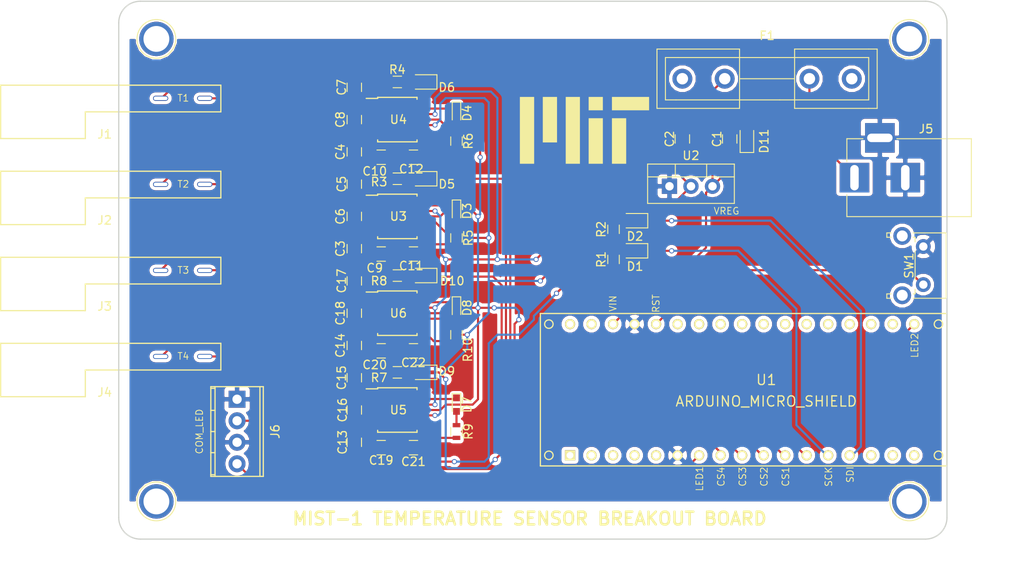
<source format=kicad_pcb>
(kicad_pcb (version 4) (host pcbnew 4.0.7)
  (layers (0 F.Cu signal) (31 B.Cu signal) (34 B.Paste user) (35 F.Paste user) (36 B.SilkS user) (37 F.SilkS user) (38 B.Mask user) (39 F.Mask user) (44 Edge.Cuts user))
  (net 0 "")
  (net 1 GND)
  (net 2 +3V3)
  (net 3 T2+)
  (net 4 T1+)
  (net 5 T2-)
  (net 6 T1-)
  (net 7 T4+)
  (net 8 T3+)
  (net 9 T4-)
  (net 10 T3-)
  (net 11 SCK)
  (net 12 SCK_3V3)
  (net 13 SDI)
  (net 14 SDI_3V3)
  (net 15 CS2)
  (net 16 "Net-(D5-Pad2)")
  (net 17 CS1)
  (net 18 "Net-(D6-Pad2)")
  (net 19 CS4)
  (net 20 "Net-(D9-Pad2)")
  (net 21 CS3)
  (net 22 "Net-(D10-Pad2)")
  (net 23 "Net-(D3-Pad2)")
  (net 24 "Net-(D4-Pad2)")
  (net 25 "Net-(D7-Pad2)")
  (net 26 "Net-(D8-Pad2)")
  (net 27 "Net-(U1-PadNC)")
  (net 28 SDO)
  (net 29 "Net-(D3-Pad1)")
  (net 30 "Net-(D4-Pad1)")
  (net 31 "Net-(D7-Pad1)")
  (net 32 "Net-(D8-Pad1)")
  (net 33 "Net-(F1-Pad2)")
  (net 34 VIN)
  (net 35 "Net-(SW1-Pad2)")
  (net 36 COM_LED2)
  (net 37 COM_LED1)
  (module TemperatureSensor:ARDUINO_MICRO_SHIELD (layer F.Cu) (at 164.084 138.684)
    (fp_text reference U1 (at 26.67 -10.16) (layer F.SilkS) (effects (font (size 1.2 1.2))))
    (fp_text value ARDUINO_MICRO_SHIELD (at 26.67 -7.62) (layer F.SilkS) (effects (font (size 1.2 1.2))))
    (pad SCK thru_hole circle (at 3.5 -16.746) (size 1.2 1.2) (drill 0.8) (layers *.Cu *.Mask F.SilkS))
    (pad MI thru_hole circle (at 6.04 -16.746) (size 1.2 1.2) (drill 0.8) (layers *.Cu *.Mask F.SilkS))
    (pad VI thru_hole circle (at 8.58 -16.746) (size 1.2 1.2) (drill 0.8) (layers *.Cu *.Mask F.SilkS) (net 34 VIN))
    (pad GND thru_hole circle (at 11.12 -16.746) (size 1.2 1.2) (drill 0.8) (layers *.Cu *.Mask F.SilkS) (net 1 GND))
    (pad RST thru_hole circle (at 13.66 -16.746) (size 1.2 1.2) (drill 0.8) (layers *.Cu *.Mask F.SilkS) (net 35 "Net-(SW1-Pad2)"))
    (pad 5V thru_hole circle (at 16.2 -16.746) (size 1.2 1.2) (drill 0.8) (layers *.Cu *.Mask F.SilkS))
    (pad NC thru_hole circle (at 18.74 -16.746) (size 1.2 1.2) (drill 0.8) (layers *.Cu *.Mask F.SilkS) (net 27 "Net-(U1-PadNC)"))
    (pad NC thru_hole circle (at 21.28 -16.746) (size 1.2 1.2) (drill 0.8) (layers *.Cu *.Mask F.SilkS) (net 27 "Net-(U1-PadNC)"))
    (pad A5 thru_hole circle (at 23.82 -16.746) (size 1.2 1.2) (drill 0.8) (layers *.Cu *.Mask F.SilkS))
    (pad A4 thru_hole circle (at 26.36 -16.746) (size 1.2 1.2) (drill 0.8) (layers *.Cu *.Mask F.SilkS))
    (pad A3 thru_hole circle (at 28.9 -16.746) (size 1.2 1.2) (drill 0.8) (layers *.Cu *.Mask F.SilkS))
    (pad A2 thru_hole circle (at 31.44 -16.746) (size 1.2 1.2) (drill 0.8) (layers *.Cu *.Mask F.SilkS))
    (pad A1 thru_hole circle (at 33.98 -16.746) (size 1.2 1.2) (drill 0.8) (layers *.Cu *.Mask F.SilkS))
    (pad A0 thru_hole circle (at 36.52 -16.746) (size 1.2 1.2) (drill 0.8) (layers *.Cu *.Mask F.SilkS))
    (pad AREF thru_hole circle (at 39.06 -16.746) (size 1.2 1.2) (drill 0.8) (layers *.Cu *.Mask F.SilkS))
    (pad 3.3V thru_hole circle (at 41.6 -16.746) (size 1.2 1.2) (drill 0.8) (layers *.Cu *.Mask F.SilkS))
    (pad 13 thru_hole circle (at 44.14 -16.746) (size 1.2 1.2) (drill 0.8) (layers *.Cu *.Mask F.SilkS) (net 36 COM_LED2))
    (pad MO thru_hole rect (at 3.5 -1.254) (size 1.2 1.2) (drill 0.8) (layers *.Cu *.Mask F.SilkS))
    (pad SS thru_hole circle (at 6.04 -1.254) (size 1.2 1.2) (drill 0.8) (layers *.Cu *.Mask F.SilkS))
    (pad TX thru_hole circle (at 8.58 -1.254) (size 1.2 1.2) (drill 0.8) (layers *.Cu *.Mask F.SilkS))
    (pad RX thru_hole circle (at 11.12 -1.254) (size 1.2 1.2) (drill 0.8) (layers *.Cu *.Mask F.SilkS))
    (pad RST thru_hole circle (at 13.66 -1.254) (size 1.2 1.2) (drill 0.8) (layers *.Cu *.Mask F.SilkS) (net 35 "Net-(SW1-Pad2)"))
    (pad GND thru_hole circle (at 16.2 -1.254) (size 1.2 1.2) (drill 0.8) (layers *.Cu *.Mask F.SilkS) (net 1 GND))
    (pad 2 thru_hole circle (at 18.74 -1.254) (size 1.2 1.2) (drill 0.8) (layers *.Cu *.Mask F.SilkS) (net 37 COM_LED1))
    (pad 3 thru_hole circle (at 21.28 -1.254) (size 1.2 1.2) (drill 0.8) (layers *.Cu *.Mask F.SilkS) (net 19 CS4))
    (pad 4 thru_hole circle (at 23.82 -1.254) (size 1.2 1.2) (drill 0.8) (layers *.Cu *.Mask F.SilkS) (net 21 CS3))
    (pad 5 thru_hole circle (at 26.36 -1.254) (size 1.2 1.2) (drill 0.8) (layers *.Cu *.Mask F.SilkS) (net 15 CS2))
    (pad 6 thru_hole circle (at 28.9 -1.254) (size 1.2 1.2) (drill 0.8) (layers *.Cu *.Mask F.SilkS) (net 17 CS1))
    (pad 7 thru_hole circle (at 31.44 -1.254) (size 1.2 1.2) (drill 0.8) (layers *.Cu *.Mask F.SilkS) (net 28 SDO))
    (pad 8 thru_hole circle (at 33.98 -1.254) (size 1.2 1.2) (drill 0.8) (layers *.Cu *.Mask F.SilkS) (net 11 SCK))
    (pad 9 thru_hole circle (at 36.52 -1.254) (size 1.2 1.2) (drill 0.8) (layers *.Cu *.Mask F.SilkS) (net 13 SDI))
    (pad 10 thru_hole circle (at 39.06 -1.254) (size 1.2 1.2) (drill 0.8) (layers *.Cu *.Mask F.SilkS))
    (pad 11 thru_hole circle (at 41.6 -1.254) (size 1.2 1.2) (drill 0.8) (layers *.Cu *.Mask F.SilkS))
    (pad 12 thru_hole circle (at 44.14 -1.254) (size 1.2 1.2) (drill 0.8) (layers *.Cu *.Mask F.SilkS))
  )
  (module Connectors:1pin (layer F.Cu) (at 207.645 142.875)
    (fp_text reference "" (at 0 -3.048) (layer F.SilkS))
    (fp_text value 1pin)
    (pad 1 thru_hole circle (at 0 0) (size 4.064 4.064) (drill 3.048) (layers *.Cu *.Mask))
  )
  (module Connectors:1pin (layer F.Cu) (at 118.745 142.875)
    (fp_text reference "" (at 0 -3.048) (layer F.SilkS))
    (fp_text value 1pin)
    (pad 1 thru_hole circle (at 0 0) (size 4.064 4.064) (drill 3.048) (layers *.Cu *.Mask))
  )
  (module Connectors:1pin (layer F.Cu) (at 118.745 88.265)
    (fp_text reference "" (at 0 -3.048) (layer F.SilkS))
    (fp_text value 1pin)
    (pad 1 thru_hole circle (at 0 0) (size 4.064 4.064) (drill 3.048) (layers *.Cu *.Mask))
  )
  (module Fuse_Holders_and_Fuses:Fuseholder5x20_horiz_open_inline_Type-I (layer F.Cu) (at 180.848 92.964)
    (fp_text reference F1 (at 10 -5.08) (layer F.SilkS))
    (fp_text value Fuse)
    (pad 2 thru_hole circle (at 15 0) (size 2.35 2.35) (drill 1.35) (layers *.Cu *.Mask) (net 33 "Net-(F1-Pad2)"))
    (pad 2 thru_hole circle (at 20 0) (size 2.35 2.35) (drill 1.35) (layers *.Cu *.Mask) (net 33 "Net-(F1-Pad2)"))
    (pad 1 thru_hole circle (at 5 0) (size 2.35 2.35) (drill 1.35) (layers *.Cu *.Mask) (net 34 VIN))
    (pad 1 thru_hole circle (at 0 0) (size 2.35 2.35) (drill 1.35) (layers *.Cu *.Mask) (net 34 VIN))
  )
  (module Housings_SSOP:TSSOP-14_4.4x5mm_Pitch0.65mm (layer F.Cu) (at 147.193 132.08)
    (fp_text reference U5 (at 0.127 0) (layer F.SilkS))
    (fp_text value MAX31856)
    (pad 1 smd rect (at -2.95 -1.95) (size 1.45 0.45) (layers F.Cu F.Paste F.Mask) (net 1 GND))
    (pad 2 smd rect (at -2.95 -1.3) (size 1.45 0.45) (layers F.Cu F.Paste F.Mask) (net 9 T4-))
    (pad 3 smd rect (at -2.95 -0.65) (size 1.45 0.45) (layers F.Cu F.Paste F.Mask) (net 9 T4-))
    (pad 4 smd rect (at -2.95 0) (size 1.45 0.45) (layers F.Cu F.Paste F.Mask) (net 7 T4+))
    (pad 5 smd rect (at -2.95 0.65) (size 1.45 0.45) (layers F.Cu F.Paste F.Mask) (net 2 +3V3))
    (pad 6 smd rect (at -2.95 1.3) (size 1.45 0.45) (layers F.Cu F.Paste F.Mask))
    (pad 7 smd rect (at -2.95 1.95) (size 1.45 0.45) (layers F.Cu F.Paste F.Mask))
    (pad 8 smd rect (at 2.95 1.95) (size 1.45 0.45) (layers F.Cu F.Paste F.Mask) (net 2 +3V3))
    (pad 9 smd rect (at 2.95 1.3) (size 1.45 0.45) (layers F.Cu F.Paste F.Mask) (net 20 "Net-(D9-Pad2)"))
    (pad 10 smd rect (at 2.95 0.65) (size 1.45 0.45) (layers F.Cu F.Paste F.Mask) (net 12 SCK_3V3))
    (pad 11 smd rect (at 2.95 0) (size 1.45 0.45) (layers F.Cu F.Paste F.Mask) (net 28 SDO))
    (pad 12 smd rect (at 2.95 -0.65) (size 1.45 0.45) (layers F.Cu F.Paste F.Mask) (net 14 SDI_3V3))
    (pad 13 smd rect (at 2.95 -1.3) (size 1.45 0.45) (layers F.Cu F.Paste F.Mask) (net 31 "Net-(D7-Pad1)"))
    (pad 14 smd rect (at 2.95 -1.95) (size 1.45 0.45) (layers F.Cu F.Paste F.Mask) (net 1 GND))
  )
  (module Capacitors_SMD:C_0805 (layer F.Cu) (at 186.436 100.076 90)
    (fp_text reference C1 (at 0 -1.5 90) (layer F.SilkS))
    (fp_text value 100nF)
    (pad 1 smd rect (at -1 0 90) (size 1 1.25) (layers F.Cu F.Paste F.Mask) (net 34 VIN))
    (pad 2 smd rect (at 1 0 90) (size 1 1.25) (layers F.Cu F.Paste F.Mask) (net 1 GND))
  )
  (module Capacitors_SMD:C_0805 (layer F.Cu) (at 180.848 100.076 90)
    (fp_text reference C2 (at 0 -1.5 90) (layer F.SilkS))
    (fp_text value 10uF)
    (pad 1 smd rect (at -1 0 90) (size 1 1.25) (layers F.Cu F.Paste F.Mask) (net 2 +3V3))
    (pad 2 smd rect (at 1 0 90) (size 1 1.25) (layers F.Cu F.Paste F.Mask) (net 1 GND))
  )
  (module Capacitors_SMD:C_0805 (layer F.Cu) (at 142.113 113.03 270)
    (fp_text reference C3 (at 0 1.651 270) (layer F.SilkS))
    (fp_text value 0.1uF)
    (pad 1 smd rect (at -1 0 270) (size 1 1.25) (layers F.Cu F.Paste F.Mask) (net 3 T2+))
    (pad 2 smd rect (at 1 0 270) (size 1 1.25) (layers F.Cu F.Paste F.Mask) (net 1 GND))
  )
  (module Capacitors_SMD:C_0805 (layer F.Cu) (at 142.113 101.6 270)
    (fp_text reference C4 (at 0 1.651 270) (layer F.SilkS))
    (fp_text value 0.1uF)
    (pad 1 smd rect (at -1 0 270) (size 1 1.25) (layers F.Cu F.Paste F.Mask) (net 4 T1+))
    (pad 2 smd rect (at 1 0 270) (size 1 1.25) (layers F.Cu F.Paste F.Mask) (net 1 GND))
  )
  (module Capacitors_SMD:C_0805 (layer F.Cu) (at 142.113 105.41 90)
    (fp_text reference C5 (at 0 -1.5 90) (layer F.SilkS))
    (fp_text value 0.1uF)
    (pad 1 smd rect (at -1 0 90) (size 1 1.25) (layers F.Cu F.Paste F.Mask) (net 5 T2-))
    (pad 2 smd rect (at 1 0 90) (size 1 1.25) (layers F.Cu F.Paste F.Mask) (net 1 GND))
  )
  (module Capacitors_SMD:C_0805 (layer F.Cu) (at 142.113 109.22 270)
    (fp_text reference C6 (at 0 1.651 270) (layer F.SilkS))
    (fp_text value 0.1uF)
    (pad 1 smd rect (at -1 0 270) (size 1 1.25) (layers F.Cu F.Paste F.Mask) (net 5 T2-))
    (pad 2 smd rect (at 1 0 270) (size 1 1.25) (layers F.Cu F.Paste F.Mask) (net 3 T2+))
  )
  (module Capacitors_SMD:C_0805 (layer F.Cu) (at 142.113 93.98 90)
    (fp_text reference C7 (at 0 -1.5 90) (layer F.SilkS))
    (fp_text value 0.1uF)
    (pad 1 smd rect (at -1 0 90) (size 1 1.25) (layers F.Cu F.Paste F.Mask) (net 6 T1-))
    (pad 2 smd rect (at 1 0 90) (size 1 1.25) (layers F.Cu F.Paste F.Mask) (net 1 GND))
  )
  (module Capacitors_SMD:C_0805 (layer F.Cu) (at 142.113 97.79 270)
    (fp_text reference C8 (at 0 1.651 270) (layer F.SilkS))
    (fp_text value 0.1uF)
    (pad 1 smd rect (at -1 0 270) (size 1 1.25) (layers F.Cu F.Paste F.Mask) (net 6 T1-))
    (pad 2 smd rect (at 1 0 270) (size 1 1.25) (layers F.Cu F.Paste F.Mask) (net 4 T1+))
  )
  (module Capacitors_SMD:C_0805 (layer F.Cu) (at 145.288 113.665 180)
    (fp_text reference C9 (at 0.762 -1.651 180) (layer F.SilkS))
    (fp_text value 0.1uF)
    (pad 1 smd rect (at -1 0 180) (size 1 1.25) (layers F.Cu F.Paste F.Mask) (net 2 +3V3))
    (pad 2 smd rect (at 1 0 180) (size 1 1.25) (layers F.Cu F.Paste F.Mask) (net 1 GND))
  )
  (module Capacitors_SMD:C_0805 (layer F.Cu) (at 145.288 102.235 180)
    (fp_text reference C10 (at 0.762 -1.651 180) (layer F.SilkS))
    (fp_text value 0.1uF)
    (pad 1 smd rect (at -1 0 180) (size 1 1.25) (layers F.Cu F.Paste F.Mask) (net 2 +3V3))
    (pad 2 smd rect (at 1 0 180) (size 1 1.25) (layers F.Cu F.Paste F.Mask) (net 1 GND))
  )
  (module Capacitors_SMD:C_0805 (layer F.Cu) (at 149.098 113.665)
    (fp_text reference C11 (at -0.254 1.397) (layer F.SilkS))
    (fp_text value 0.1uF)
    (pad 1 smd rect (at -1 0) (size 1 1.25) (layers F.Cu F.Paste F.Mask) (net 2 +3V3))
    (pad 2 smd rect (at 1 0) (size 1 1.25) (layers F.Cu F.Paste F.Mask) (net 1 GND))
  )
  (module Capacitors_SMD:C_0805 (layer F.Cu) (at 149.098 102.235)
    (fp_text reference C12 (at -0.254 1.397) (layer F.SilkS))
    (fp_text value 0.1uF)
    (pad 1 smd rect (at -1 0) (size 1 1.25) (layers F.Cu F.Paste F.Mask) (net 2 +3V3))
    (pad 2 smd rect (at 1 0) (size 1 1.25) (layers F.Cu F.Paste F.Mask) (net 1 GND))
  )
  (module Capacitors_SMD:C_0805 (layer F.Cu) (at 142.113 135.89 270)
    (fp_text reference C13 (at 0 1.397 270) (layer F.SilkS))
    (fp_text value 0.1uF)
    (pad 1 smd rect (at -1 0 270) (size 1 1.25) (layers F.Cu F.Paste F.Mask) (net 7 T4+))
    (pad 2 smd rect (at 1 0 270) (size 1 1.25) (layers F.Cu F.Paste F.Mask) (net 1 GND))
  )
  (module Capacitors_SMD:C_0805 (layer F.Cu) (at 142.113 124.46 270)
    (fp_text reference C14 (at 0 1.651 270) (layer F.SilkS))
    (fp_text value 0.1uF)
    (pad 1 smd rect (at -1 0 270) (size 1 1.25) (layers F.Cu F.Paste F.Mask) (net 8 T3+))
    (pad 2 smd rect (at 1 0 270) (size 1 1.25) (layers F.Cu F.Paste F.Mask) (net 1 GND))
  )
  (module Capacitors_SMD:C_0805 (layer F.Cu) (at 142.113 128.27 90)
    (fp_text reference C15 (at 0 -1.5 90) (layer F.SilkS))
    (fp_text value 0.1uF)
    (pad 1 smd rect (at -1 0 90) (size 1 1.25) (layers F.Cu F.Paste F.Mask) (net 9 T4-))
    (pad 2 smd rect (at 1 0 90) (size 1 1.25) (layers F.Cu F.Paste F.Mask) (net 1 GND))
  )
  (module Capacitors_SMD:C_0805 (layer F.Cu) (at 142.113 132.08 270)
    (fp_text reference C16 (at 0 1.397 270) (layer F.SilkS))
    (fp_text value 0.1uF)
    (pad 1 smd rect (at -1 0 270) (size 1 1.25) (layers F.Cu F.Paste F.Mask) (net 9 T4-))
    (pad 2 smd rect (at 1 0 270) (size 1 1.25) (layers F.Cu F.Paste F.Mask) (net 7 T4+))
  )
  (module Capacitors_SMD:C_0805 (layer F.Cu) (at 142.113 116.84 90)
    (fp_text reference C17 (at 0 -1.5 90) (layer F.SilkS))
    (fp_text value 0.1uF)
    (pad 1 smd rect (at -1 0 90) (size 1 1.25) (layers F.Cu F.Paste F.Mask) (net 10 T3-))
    (pad 2 smd rect (at 1 0 90) (size 1 1.25) (layers F.Cu F.Paste F.Mask) (net 1 GND))
  )
  (module Capacitors_SMD:C_0805 (layer F.Cu) (at 142.113 120.65 270)
    (fp_text reference C18 (at 0 1.651 270) (layer F.SilkS))
    (fp_text value 0.1uF)
    (pad 1 smd rect (at -1 0 270) (size 1 1.25) (layers F.Cu F.Paste F.Mask) (net 10 T3-))
    (pad 2 smd rect (at 1 0 270) (size 1 1.25) (layers F.Cu F.Paste F.Mask) (net 8 T3+))
  )
  (module Capacitors_SMD:C_0805 (layer F.Cu) (at 145.288 136.525 180)
    (fp_text reference C19 (at 0 -1.5 180) (layer F.SilkS))
    (fp_text value 0.1uF)
    (pad 1 smd rect (at -1 0 180) (size 1 1.25) (layers F.Cu F.Paste F.Mask) (net 2 +3V3))
    (pad 2 smd rect (at 1 0 180) (size 1 1.25) (layers F.Cu F.Paste F.Mask) (net 1 GND))
  )
  (module Capacitors_SMD:C_0805 (layer F.Cu) (at 145.288 125.095 180)
    (fp_text reference C20 (at 0.762 -1.651 180) (layer F.SilkS))
    (fp_text value 0.1uF)
    (pad 1 smd rect (at -1 0 180) (size 1 1.25) (layers F.Cu F.Paste F.Mask) (net 2 +3V3))
    (pad 2 smd rect (at 1 0 180) (size 1 1.25) (layers F.Cu F.Paste F.Mask) (net 1 GND))
  )
  (module Capacitors_SMD:C_0805 (layer F.Cu) (at 149.098 136.525)
    (fp_text reference C21 (at 0 1.651) (layer F.SilkS))
    (fp_text value 0.1uF)
    (pad 1 smd rect (at -1 0) (size 1 1.25) (layers F.Cu F.Paste F.Mask) (net 2 +3V3))
    (pad 2 smd rect (at 1 0) (size 1 1.25) (layers F.Cu F.Paste F.Mask) (net 1 GND))
  )
  (module Capacitors_SMD:C_0805 (layer F.Cu) (at 149.098 125.095)
    (fp_text reference C22 (at 0 1.397) (layer F.SilkS))
    (fp_text value 0.1uF)
    (pad 1 smd rect (at -1 0) (size 1 1.25) (layers F.Cu F.Paste F.Mask) (net 2 +3V3))
    (pad 2 smd rect (at 1 0) (size 1 1.25) (layers F.Cu F.Paste F.Mask) (net 1 GND))
  )
  (module Diodes_SMD:D_SOD-323 (layer F.Cu) (at 175.26 113.284 180)
    (fp_text reference D1 (at 0 -1.85 180) (layer F.SilkS))
    (fp_text value D)
    (pad 1 smd rect (at -1.05 0 180) (size 0.6 0.45) (layers F.Cu F.Paste F.Mask) (net 11 SCK))
    (pad 2 smd rect (at 1.05 0 180) (size 0.6 0.45) (layers F.Cu F.Paste F.Mask) (net 12 SCK_3V3))
  )
  (module Diodes_SMD:D_SOD-323 (layer F.Cu) (at 175.26 109.728 180)
    (fp_text reference D2 (at 0 -1.85 180) (layer F.SilkS))
    (fp_text value D)
    (pad 1 smd rect (at -1.05 0 180) (size 0.6 0.45) (layers F.Cu F.Paste F.Mask) (net 13 SDI))
    (pad 2 smd rect (at 1.05 0 180) (size 0.6 0.45) (layers F.Cu F.Paste F.Mask) (net 14 SDI_3V3))
  )
  (module Diodes_SMD:D_SOD-323 (layer F.Cu) (at 150.368 104.775 180)
    (fp_text reference D5 (at -2.667 -0.635 180) (layer F.SilkS))
    (fp_text value D)
    (pad 1 smd rect (at -1.05 0 180) (size 0.6 0.45) (layers F.Cu F.Paste F.Mask) (net 15 CS2))
    (pad 2 smd rect (at 1.05 0 180) (size 0.6 0.45) (layers F.Cu F.Paste F.Mask) (net 16 "Net-(D5-Pad2)"))
  )
  (module Diodes_SMD:D_SOD-323 (layer F.Cu) (at 150.368 93.345 180)
    (fp_text reference D6 (at -2.667 -0.635 180) (layer F.SilkS))
    (fp_text value D)
    (pad 1 smd rect (at -1.05 0 180) (size 0.6 0.45) (layers F.Cu F.Paste F.Mask) (net 17 CS1))
    (pad 2 smd rect (at 1.05 0 180) (size 0.6 0.45) (layers F.Cu F.Paste F.Mask) (net 18 "Net-(D6-Pad2)"))
  )
  (module Diodes_SMD:D_SOD-323 (layer F.Cu) (at 150.368 127.635 180)
    (fp_text reference D9 (at -2.667 0.127 180) (layer F.SilkS))
    (fp_text value D)
    (pad 1 smd rect (at -1.05 0 180) (size 0.6 0.45) (layers F.Cu F.Paste F.Mask) (net 19 CS4))
    (pad 2 smd rect (at 1.05 0 180) (size 0.6 0.45) (layers F.Cu F.Paste F.Mask) (net 20 "Net-(D9-Pad2)"))
  )
  (module Diodes_SMD:D_SOD-323 (layer F.Cu) (at 150.368 116.205 180)
    (fp_text reference D10 (at -3.302 -0.635 180) (layer F.SilkS))
    (fp_text value D)
    (pad 1 smd rect (at -1.05 0 180) (size 0.6 0.45) (layers F.Cu F.Paste F.Mask) (net 21 CS3))
    (pad 2 smd rect (at 1.05 0 180) (size 0.6 0.45) (layers F.Cu F.Paste F.Mask) (net 22 "Net-(D10-Pad2)"))
  )
  (module Diodes_SMD:D_0805 (layer F.Cu) (at 188.468 100.076 90)
    (fp_text reference D11 (at -0.254 2.032 90) (layer F.SilkS))
    (fp_text value D_Zener)
    (pad 1 smd rect (at -1.05 0 90) (size 0.8 0.9) (layers F.Cu F.Paste F.Mask) (net 34 VIN))
    (pad 2 smd rect (at 1.05 0 90) (size 0.8 0.9) (layers F.Cu F.Paste F.Mask) (net 1 GND))
  )
  (module Resistors_SMD:R_0603 (layer F.Cu) (at 172.72 114.3 90)
    (fp_text reference R1 (at 0 -1.45 90) (layer F.SilkS))
    (fp_text value 3.3k)
    (pad 1 smd rect (at -0.75 0 90) (size 0.5 0.9) (layers F.Cu F.Paste F.Mask) (net 2 +3V3))
    (pad 2 smd rect (at 0.75 0 90) (size 0.5 0.9) (layers F.Cu F.Paste F.Mask) (net 12 SCK_3V3))
  )
  (module Resistors_SMD:R_0603 (layer F.Cu) (at 172.72 110.744 90)
    (fp_text reference R2 (at 0 -1.45 90) (layer F.SilkS))
    (fp_text value 3.3k)
    (pad 1 smd rect (at -0.75 0 90) (size 0.5 0.9) (layers F.Cu F.Paste F.Mask) (net 2 +3V3))
    (pad 2 smd rect (at 0.75 0 90) (size 0.5 0.9) (layers F.Cu F.Paste F.Mask) (net 14 SDI_3V3))
  )
  (module Resistors_SMD:R_0603 (layer F.Cu) (at 147.193 104.775)
    (fp_text reference R3 (at -2.159 0.381) (layer F.SilkS))
    (fp_text value 3.3k)
    (pad 1 smd rect (at -0.75 0) (size 0.5 0.9) (layers F.Cu F.Paste F.Mask) (net 2 +3V3))
    (pad 2 smd rect (at 0.75 0) (size 0.5 0.9) (layers F.Cu F.Paste F.Mask) (net 16 "Net-(D5-Pad2)"))
  )
  (module Resistors_SMD:R_0603 (layer F.Cu) (at 147.193 93.345)
    (fp_text reference R4 (at 0 -1.45) (layer F.SilkS))
    (fp_text value 3.3k)
    (pad 1 smd rect (at -0.75 0) (size 0.5 0.9) (layers F.Cu F.Paste F.Mask) (net 2 +3V3))
    (pad 2 smd rect (at 0.75 0) (size 0.5 0.9) (layers F.Cu F.Paste F.Mask) (net 18 "Net-(D6-Pad2)"))
  )
  (module Resistors_SMD:R_0603 (layer F.Cu) (at 154.178 111.76 90)
    (fp_text reference R5 (at 0 1.397 90) (layer F.SilkS))
    (fp_text value 1k)
    (pad 1 smd rect (at -0.75 0 90) (size 0.5 0.9) (layers F.Cu F.Paste F.Mask) (net 2 +3V3))
    (pad 2 smd rect (at 0.75 0 90) (size 0.5 0.9) (layers F.Cu F.Paste F.Mask) (net 23 "Net-(D3-Pad2)"))
  )
  (module Resistors_SMD:R_0603 (layer F.Cu) (at 154.178 100.33 90)
    (fp_text reference R6 (at 0 1.397 90) (layer F.SilkS))
    (fp_text value 1k)
    (pad 1 smd rect (at -0.75 0 90) (size 0.5 0.9) (layers F.Cu F.Paste F.Mask) (net 2 +3V3))
    (pad 2 smd rect (at 0.75 0 90) (size 0.5 0.9) (layers F.Cu F.Paste F.Mask) (net 24 "Net-(D4-Pad2)"))
  )
  (module Resistors_SMD:R_0603 (layer F.Cu) (at 147.193 127.635)
    (fp_text reference R7 (at -2.159 0.635) (layer F.SilkS))
    (fp_text value 3.3k)
    (pad 1 smd rect (at -0.75 0) (size 0.5 0.9) (layers F.Cu F.Paste F.Mask) (net 2 +3V3))
    (pad 2 smd rect (at 0.75 0) (size 0.5 0.9) (layers F.Cu F.Paste F.Mask) (net 20 "Net-(D9-Pad2)"))
  )
  (module Resistors_SMD:R_0603 (layer F.Cu) (at 147.193 116.205)
    (fp_text reference R8 (at -2.159 0.635) (layer F.SilkS))
    (fp_text value 3.3k)
    (pad 1 smd rect (at -0.75 0) (size 0.5 0.9) (layers F.Cu F.Paste F.Mask) (net 2 +3V3))
    (pad 2 smd rect (at 0.75 0) (size 0.5 0.9) (layers F.Cu F.Paste F.Mask) (net 22 "Net-(D10-Pad2)"))
  )
  (module Resistors_SMD:R_0603 (layer F.Cu) (at 154.178 134.62 90)
    (fp_text reference R9 (at 0 1.397 90) (layer F.SilkS))
    (fp_text value 1k)
    (pad 1 smd rect (at -0.75 0 90) (size 0.5 0.9) (layers F.Cu F.Paste F.Mask) (net 2 +3V3))
    (pad 2 smd rect (at 0.75 0 90) (size 0.5 0.9) (layers F.Cu F.Paste F.Mask) (net 25 "Net-(D7-Pad2)"))
  )
  (module Resistors_SMD:R_0603 (layer F.Cu) (at 154.178 123.19 90)
    (fp_text reference R10 (at -1.778 1.3335 90) (layer F.SilkS))
    (fp_text value 1k)
    (pad 1 smd rect (at -0.75 0 90) (size 0.5 0.9) (layers F.Cu F.Paste F.Mask) (net 2 +3V3))
    (pad 2 smd rect (at 0.75 0 90) (size 0.5 0.9) (layers F.Cu F.Paste F.Mask) (net 26 "Net-(D8-Pad2)"))
  )
  (module Housings_SSOP:TSSOP-14_4.4x5mm_Pitch0.65mm (layer F.Cu) (at 147.193 109.22)
    (fp_text reference U3 (at 0.127 0) (layer F.SilkS))
    (fp_text value MAX31856)
    (pad 1 smd rect (at -2.95 -1.95) (size 1.45 0.45) (layers F.Cu F.Paste F.Mask) (net 1 GND))
    (pad 2 smd rect (at -2.95 -1.3) (size 1.45 0.45) (layers F.Cu F.Paste F.Mask) (net 5 T2-))
    (pad 3 smd rect (at -2.95 -0.65) (size 1.45 0.45) (layers F.Cu F.Paste F.Mask) (net 5 T2-))
    (pad 4 smd rect (at -2.95 0) (size 1.45 0.45) (layers F.Cu F.Paste F.Mask) (net 3 T2+))
    (pad 5 smd rect (at -2.95 0.65) (size 1.45 0.45) (layers F.Cu F.Paste F.Mask) (net 2 +3V3))
    (pad 6 smd rect (at -2.95 1.3) (size 1.45 0.45) (layers F.Cu F.Paste F.Mask))
    (pad 7 smd rect (at -2.95 1.95) (size 1.45 0.45) (layers F.Cu F.Paste F.Mask))
    (pad 8 smd rect (at 2.95 1.95) (size 1.45 0.45) (layers F.Cu F.Paste F.Mask) (net 2 +3V3))
    (pad 9 smd rect (at 2.95 1.3) (size 1.45 0.45) (layers F.Cu F.Paste F.Mask) (net 16 "Net-(D5-Pad2)"))
    (pad 10 smd rect (at 2.95 0.65) (size 1.45 0.45) (layers F.Cu F.Paste F.Mask) (net 12 SCK_3V3))
    (pad 11 smd rect (at 2.95 0) (size 1.45 0.45) (layers F.Cu F.Paste F.Mask) (net 28 SDO))
    (pad 12 smd rect (at 2.95 -0.65) (size 1.45 0.45) (layers F.Cu F.Paste F.Mask) (net 14 SDI_3V3))
    (pad 13 smd rect (at 2.95 -1.3) (size 1.45 0.45) (layers F.Cu F.Paste F.Mask) (net 29 "Net-(D3-Pad1)"))
    (pad 14 smd rect (at 2.95 -1.95) (size 1.45 0.45) (layers F.Cu F.Paste F.Mask) (net 1 GND))
  )
  (module Housings_SSOP:TSSOP-14_4.4x5mm_Pitch0.65mm (layer F.Cu) (at 147.193 97.79)
    (fp_text reference U4 (at 0.127 0) (layer F.SilkS))
    (fp_text value MAX31856)
    (pad 1 smd rect (at -2.95 -1.95) (size 1.45 0.45) (layers F.Cu F.Paste F.Mask) (net 1 GND))
    (pad 2 smd rect (at -2.95 -1.3) (size 1.45 0.45) (layers F.Cu F.Paste F.Mask) (net 6 T1-))
    (pad 3 smd rect (at -2.95 -0.65) (size 1.45 0.45) (layers F.Cu F.Paste F.Mask) (net 6 T1-))
    (pad 4 smd rect (at -2.95 0) (size 1.45 0.45) (layers F.Cu F.Paste F.Mask) (net 4 T1+))
    (pad 5 smd rect (at -2.95 0.65) (size 1.45 0.45) (layers F.Cu F.Paste F.Mask) (net 2 +3V3))
    (pad 6 smd rect (at -2.95 1.3) (size 1.45 0.45) (layers F.Cu F.Paste F.Mask))
    (pad 7 smd rect (at -2.95 1.95) (size 1.45 0.45) (layers F.Cu F.Paste F.Mask))
    (pad 8 smd rect (at 2.95 1.95) (size 1.45 0.45) (layers F.Cu F.Paste F.Mask) (net 2 +3V3))
    (pad 9 smd rect (at 2.95 1.3) (size 1.45 0.45) (layers F.Cu F.Paste F.Mask) (net 18 "Net-(D6-Pad2)"))
    (pad 10 smd rect (at 2.95 0.65) (size 1.45 0.45) (layers F.Cu F.Paste F.Mask) (net 12 SCK_3V3))
    (pad 11 smd rect (at 2.95 0) (size 1.45 0.45) (layers F.Cu F.Paste F.Mask) (net 28 SDO))
    (pad 12 smd rect (at 2.95 -0.65) (size 1.45 0.45) (layers F.Cu F.Paste F.Mask) (net 14 SDI_3V3))
    (pad 13 smd rect (at 2.95 -1.3) (size 1.45 0.45) (layers F.Cu F.Paste F.Mask) (net 30 "Net-(D4-Pad1)"))
    (pad 14 smd rect (at 2.95 -1.95) (size 1.45 0.45) (layers F.Cu F.Paste F.Mask) (net 1 GND))
  )
  (module Housings_SSOP:TSSOP-14_4.4x5mm_Pitch0.65mm (layer F.Cu) (at 147.193 120.65)
    (fp_text reference U6 (at 0.127 0) (layer F.SilkS))
    (fp_text value MAX31856)
    (pad 1 smd rect (at -2.95 -1.95) (size 1.45 0.45) (layers F.Cu F.Paste F.Mask) (net 1 GND))
    (pad 2 smd rect (at -2.95 -1.3) (size 1.45 0.45) (layers F.Cu F.Paste F.Mask) (net 10 T3-))
    (pad 3 smd rect (at -2.95 -0.65) (size 1.45 0.45) (layers F.Cu F.Paste F.Mask) (net 10 T3-))
    (pad 4 smd rect (at -2.95 0) (size 1.45 0.45) (layers F.Cu F.Paste F.Mask) (net 8 T3+))
    (pad 5 smd rect (at -2.95 0.65) (size 1.45 0.45) (layers F.Cu F.Paste F.Mask) (net 2 +3V3))
    (pad 6 smd rect (at -2.95 1.3) (size 1.45 0.45) (layers F.Cu F.Paste F.Mask))
    (pad 7 smd rect (at -2.95 1.95) (size 1.45 0.45) (layers F.Cu F.Paste F.Mask))
    (pad 8 smd rect (at 2.95 1.95) (size 1.45 0.45) (layers F.Cu F.Paste F.Mask) (net 2 +3V3))
    (pad 9 smd rect (at 2.95 1.3) (size 1.45 0.45) (layers F.Cu F.Paste F.Mask) (net 22 "Net-(D10-Pad2)"))
    (pad 10 smd rect (at 2.95 0.65) (size 1.45 0.45) (layers F.Cu F.Paste F.Mask) (net 12 SCK_3V3))
    (pad 11 smd rect (at 2.95 0) (size 1.45 0.45) (layers F.Cu F.Paste F.Mask) (net 28 SDO))
    (pad 12 smd rect (at 2.95 -0.65) (size 1.45 0.45) (layers F.Cu F.Paste F.Mask) (net 14 SDI_3V3))
    (pad 13 smd rect (at 2.95 -1.3) (size 1.45 0.45) (layers F.Cu F.Paste F.Mask) (net 32 "Net-(D8-Pad1)"))
    (pad 14 smd rect (at 2.95 -1.95) (size 1.45 0.45) (layers F.Cu F.Paste F.Mask) (net 1 GND))
  )
  (module TO_SOT_Packages_THT:TO-220-3_Vertical (layer F.Cu) (at 179.324 105.664)
    (fp_text reference U2 (at 2.54 -3.62) (layer F.SilkS))
    (fp_text value LD1117S33TR_SOT223)
    (pad 1 thru_hole rect (at 0 0) (size 1.8 1.8) (drill 1) (layers *.Cu *.Mask) (net 1 GND))
    (pad 2 thru_hole oval (at 2.54 0) (size 1.8 1.8) (drill 1) (layers *.Cu *.Mask) (net 2 +3V3))
    (pad 3 thru_hole oval (at 5.08 0) (size 1.8 1.8) (drill 1) (layers *.Cu *.Mask) (net 34 VIN))
  )
  (module Connectors:BARREL_JACK (layer F.Cu) (at 201.168 104.648 180)
    (fp_text reference J5 (at -8.45 5.75 360) (layer F.SilkS))
    (fp_text value Barrel_Jack)
    (pad 1 thru_hole rect (at 0 0 180) (size 3.5 3.5) (drill oval 1 3) (layers *.Cu *.Mask) (net 33 "Net-(F1-Pad2)"))
    (pad 2 thru_hole rect (at -6 0 180) (size 3.5 3.5) (drill oval 1 3) (layers *.Cu *.Mask) (net 1 GND))
    (pad 3 thru_hole rect (at -3 4.7 180) (size 3.5 3.5) (drill oval 3 1) (layers *.Cu *.Mask) (net 1 GND))
  )
  (module Buttons_Switches_THT:SW_Tactile_SPST_Angled_PTS645Vx39-2LFS (layer F.Cu) (at 209.296 112.776 270)
    (fp_text reference SW1 (at 2.25 1.68 270) (layer F.SilkS))
    (fp_text value SW_Push)
    (pad "" thru_hole circle (at 5.76 2.49 270) (size 2.1 2.1) (drill 1.3) (layers *.Cu *.Mask))
    (pad 2 thru_hole circle (at 4.5 0 270) (size 1.75 1.75) (drill 0.99) (layers *.Cu *.Mask) (net 35 "Net-(SW1-Pad2)"))
    (pad 1 thru_hole circle (at 0 0 270) (size 1.75 1.75) (drill 0.99) (layers *.Cu *.Mask) (net 1 GND))
    (pad "" thru_hole circle (at -1.25 2.49 270) (size 2.1 2.1) (drill 1.3) (layers *.Cu *.Mask))
  )
  (module Connectors:1pin (layer F.Cu) (at 207.645 88.265)
    (fp_text reference "" (at 0 -3.048) (layer F.SilkS))
    (fp_text value 1pin)
    (pad 1 thru_hole circle (at 0 0) (size 4.064 4.064) (drill 3.048) (layers *.Cu *.Mask))
  )
  (module TemperatureSensor:Thermocouple_Pins (layer F.Cu) (at 124.46 105.41)
    (fp_text reference J2 (at -11.82116 4.26974) (layer F.SilkS))
    (fp_text value Conn_01x02)
    (pad 2 thru_hole oval (at -0.00516 0.02774) (size 1.8 0.6) (drill oval 1.6 0.4) (layers *.Cu *.Mask) (net 3 T2+))
    (pad 1 thru_hole oval (at -5.21716 0.02774) (size 1.8 0.6) (drill oval 1.6 0.4) (layers *.Cu *.Mask) (net 5 T2-))
  )
  (module TemperatureSensor:Thermocouple_Pins (layer F.Cu) (at 124.46 115.57)
    (fp_text reference J3 (at -11.82116 4.26974) (layer F.SilkS))
    (fp_text value Conn_01x02)
    (pad 2 thru_hole oval (at -0.00516 0.02774) (size 1.8 0.6) (drill oval 1.6 0.4) (layers *.Cu *.Mask) (net 8 T3+))
    (pad 1 thru_hole oval (at -5.21716 0.02774) (size 1.8 0.6) (drill oval 1.6 0.4) (layers *.Cu *.Mask) (net 10 T3-))
  )
  (module TemperatureSensor:Thermocouple_Pins (layer F.Cu) (at 124.46 125.73)
    (fp_text reference J4 (at -11.82116 4.26974) (layer F.SilkS))
    (fp_text value Conn_01x02)
    (pad 2 thru_hole oval (at -0.00516 0.02774) (size 1.8 0.6) (drill oval 1.6 0.4) (layers *.Cu *.Mask) (net 7 T4+))
    (pad 1 thru_hole oval (at -5.21716 0.02774) (size 1.8 0.6) (drill oval 1.6 0.4) (layers *.Cu *.Mask) (net 9 T4-))
  )
  (module TemperatureSensor:Thermocouple_Pins (layer F.Cu) (at 124.46 95.25)
    (fp_text reference J1 (at -11.82116 4.26974) (layer F.SilkS))
    (fp_text value Conn_01x02)
    (pad 2 thru_hole oval (at -0.00516 0.02774) (size 1.8 0.6) (drill oval 1.6 0.4) (layers *.Cu *.Mask) (net 4 T1+))
    (pad 1 thru_hole oval (at -5.21716 0.02774) (size 1.8 0.6) (drill oval 1.6 0.4) (layers *.Cu *.Mask) (net 6 T1-))
  )
  (module LEDs:LED_0603 (layer F.Cu) (at 154.178 108.585 270)
    (fp_text reference D3 (at 0 -1.25 270) (layer F.SilkS))
    (fp_text value LED)
    (pad 2 smd rect (at 0.8 0 90) (size 0.8 0.8) (layers F.Cu F.Paste F.Mask) (net 23 "Net-(D3-Pad2)"))
    (pad 1 smd rect (at -0.8 0 90) (size 0.8 0.8) (layers F.Cu F.Paste F.Mask) (net 29 "Net-(D3-Pad1)"))
  )
  (module LEDs:LED_0603 (layer F.Cu) (at 154.178 97.028 270)
    (fp_text reference D4 (at 0 -1.25 270) (layer F.SilkS))
    (fp_text value LED)
    (pad 2 smd rect (at 0.8 0 90) (size 0.8 0.8) (layers F.Cu F.Paste F.Mask) (net 24 "Net-(D4-Pad2)"))
    (pad 1 smd rect (at -0.8 0 90) (size 0.8 0.8) (layers F.Cu F.Paste F.Mask) (net 30 "Net-(D4-Pad1)"))
  )
  (module LEDs:LED_0603 (layer F.Cu) (at 154.178 131.445 270)
    (fp_text reference D7 (at 0 -1.25 270) (layer F.SilkS))
    (fp_text value LED)
    (pad 2 smd rect (at 0.8 0 90) (size 0.8 0.8) (layers F.Cu F.Paste F.Mask) (net 25 "Net-(D7-Pad2)"))
    (pad 1 smd rect (at -0.8 0 90) (size 0.8 0.8) (layers F.Cu F.Paste F.Mask) (net 31 "Net-(D7-Pad1)"))
  )
  (module LEDs:LED_0603 (layer F.Cu) (at 154.178 120.015 270)
    (fp_text reference D8 (at 0 -1.25 270) (layer F.SilkS))
    (fp_text value LED)
    (pad 2 smd rect (at 0.8 0 90) (size 0.8 0.8) (layers F.Cu F.Paste F.Mask) (net 26 "Net-(D8-Pad2)"))
    (pad 1 smd rect (at -0.8 0 90) (size 0.8 0.8) (layers F.Cu F.Paste F.Mask) (net 32 "Net-(D8-Pad1)"))
  )
  (module TerminalBlocks_Phoenix:TerminalBlock_Phoenix_MPT-2.54mm_4pol (layer F.Cu) (at 128.27 130.81 270)
    (fp_text reference J6 (at 3.81 -4.50088 270) (layer F.SilkS))
    (fp_text value Conn_01x04)
    (pad 4 thru_hole oval (at 7.62 0 90) (size 1.99898 1.99898) (drill 1.09728) (layers *.Cu *.Mask) (net 36 COM_LED2))
    (pad 1 thru_hole rect (at 0 0 90) (size 1.99898 1.99898) (drill 1.09728) (layers *.Cu *.Mask) (net 1 GND))
    (pad 2 thru_hole oval (at 2.54 0 90) (size 1.99898 1.99898) (drill 1.09728) (layers *.Cu *.Mask) (net 37 COM_LED1))
    (pad 3 thru_hole oval (at 5.08 0 90) (size 1.99898 1.99898) (drill 1.09728) (layers *.Cu *.Mask) (net 1 GND))
  )
  (module TemperatureSensor:mit-logo (layer F.Cu) (at 169.291 99.06)
    (fp_text reference G*** hide)
    (fp_text value LOGO hide)
  )
  (gr_line (start 114.3 86.36) (end 114.3 144.78) (angle 90) (layer Edge.Cuts) (width 0.15))
  (gr_line (start 209.55 83.82) (end 116.84 83.82) (angle 90) (layer Edge.Cuts) (width 0.15))
  (gr_line (start 212.09 144.78) (end 212.09 86.36) (angle 90) (layer Edge.Cuts) (width 0.15))
  (gr_line (start 116.84 147.32) (end 209.55 147.32) (angle 90) (layer Edge.Cuts) (width 0.15))
  (gr_arc (start 116.84 144.78) (end 116.84 147.32) (angle 90) (layer Edge.Cuts) (width 0.15))
  (gr_arc (start 209.55 144.78) (end 212.09 144.78) (angle 90) (layer Edge.Cuts) (width 0.15))
  (gr_arc (start 209.55 86.36) (end 209.55 83.82) (angle 90) (layer Edge.Cuts) (width 0.15))
  (gr_arc (start 116.84 86.36) (end 114.3 86.36) (angle 90) (layer Edge.Cuts) (width 0.15))
  (gr_text LED2 (at 208.28 124.46 90) (layer F.SilkS) (effects (font (size 0.8 0.8) (thickness 0.1))))
  (gr_text VIN (at 172.6565 119.507 90) (layer F.SilkS) (effects (font (size 0.8 0.8) (thickness 0.1))))
  (gr_text RST (at 177.7365 119.507 90) (layer F.SilkS) (effects (font (size 0.8 0.8) (thickness 0.1))))
  (gr_text LED1 (at 182.88 140.208 90) (layer F.SilkS) (effects (font (size 0.8 0.8) (thickness 0.1))))
  (gr_text SDI (at 200.66 139.7 90) (layer F.SilkS) (effects (font (size 0.8 0.8) (thickness 0.1))))
  (gr_text SCK (at 198.12 139.954 90) (layer F.SilkS) (effects (font (size 0.8 0.8) (thickness 0.1))))
  (gr_text CS1 (at 193.04 139.954 90) (layer F.SilkS) (effects (font (size 0.8 0.8) (thickness 0.1))))
  (gr_text CS2 (at 190.5 139.954 90) (layer F.SilkS) (effects (font (size 0.8 0.8) (thickness 0.1))))
  (gr_text CS3 (at 187.96 139.954 90) (layer F.SilkS) (effects (font (size 0.8 0.8) (thickness 0.1))))
  (gr_text CS4 (at 185.42 139.954 90) (layer F.SilkS) (effects (font (size 0.8 0.8) (thickness 0.1))))
  (gr_text VREG (at 186.055 108.585) (layer F.SilkS) (effects (font (size 0.8 0.8) (thickness 0.1))))
  (gr_text T4 (at 121.92 125.73) (layer F.SilkS) (effects (font (size 0.8 0.8) (thickness 0.1))))
  (gr_text T3 (at 121.92 115.57) (layer F.SilkS) (effects (font (size 0.8 0.8) (thickness 0.1))))
  (gr_text T2 (at 121.92 105.41) (layer F.SilkS) (effects (font (size 0.8 0.8) (thickness 0.1))))
  (gr_text T1 (at 121.92 95.25) (layer F.SilkS) (effects (font (size 0.8 0.8) (thickness 0.1))))
  (gr_text COM_LED (at 123.825 134.62 90) (layer F.SilkS) (effects (font (size 0.8 0.8) (thickness 0.1))))
  (gr_text "MIST-1 TEMPERATURE SENSOR BREAKOUT BOARD" (at 162.814 144.907) (layer F.SilkS) (effects (font (size 1.5 1.5) (thickness 0.3))))
  (segment (start 157.988 126.238) (end 157.988 124.206) (width 0.25) (layer B.Cu) (net 2))
  (segment (start 153.924 138.176) (end 148.844 138.176) (width 0.25) (layer F.Cu) (net 2))
  (segment (start 157.988 126.238) (end 157.988 137.668) (width 0.25) (layer B.Cu) (net 2))
  (segment (start 157.988 137.668) (end 157.48 138.176) (width 0.25) (layer B.Cu) (net 2))
  (segment (start 157.48 138.176) (end 153.924 138.176) (width 0.25) (layer B.Cu) (net 2))
  (via (at 153.924 138.176) (size 0.6) (drill 0.4) (layers F.Cu B.Cu) (net 2))
  (segment (start 148.098 136.525) (end 148.098 137.43) (width 0.25) (layer F.Cu) (net 2))
  (segment (start 148.844 138.176) (end 148.098 137.43) (width 0.25) (layer F.Cu) (net 2))
  (via (at 165.989 118.3005) (size 0.6) (drill 0.4) (layers F.Cu B.Cu) (net 2))
  (segment (start 169.176 115.05) (end 165.989 118.3005) (width 0.25) (layer F.Cu) (net 2))
  (segment (start 169.176 115.05) (end 172.72 115.05) (width 0.25) (layer F.Cu) (net 2))
  (segment (start 163.322 120.9675) (end 165.989 118.3005) (width 0.25) (layer B.Cu) (net 2))
  (segment (start 163.322 121.412) (end 163.322 120.9675) (width 0.25) (layer B.Cu) (net 2))
  (segment (start 161.544 123.19) (end 163.322 121.412) (width 0.25) (layer B.Cu) (net 2))
  (segment (start 159.004 123.19) (end 161.544 123.19) (width 0.25) (layer B.Cu) (net 2))
  (segment (start 157.988 124.206) (end 159.004 123.19) (width 0.25) (layer B.Cu) (net 2))
  (segment (start 148.336 136.763) (end 148.098 136.525) (width 0.25) (layer F.Cu) (net 2))
  (segment (start 172.72 111.494) (end 172.986 111.76) (width 0.25) (layer F.Cu) (net 2))
  (segment (start 172.986 111.76) (end 175.26 111.76) (width 0.25) (layer F.Cu) (net 2))
  (segment (start 172.72 115.05) (end 175.018 115.05) (width 0.25) (layer F.Cu) (net 2))
  (segment (start 175.018 115.05) (end 175.26 114.808) (width 0.25) (layer F.Cu) (net 2))
  (segment (start 175.26 114.808) (end 175.26 111.76) (width 0.25) (layer F.Cu) (net 2))
  (segment (start 179.324 108.204) (end 181.864 105.664) (width 0.25) (layer F.Cu) (net 2))
  (segment (start 175.768 108.204) (end 179.324 108.204) (width 0.25) (layer F.Cu) (net 2))
  (segment (start 175.26 108.712) (end 175.768 108.204) (width 0.25) (layer F.Cu) (net 2))
  (segment (start 175.26 111.76) (end 175.26 108.712) (width 0.25) (layer F.Cu) (net 2))
  (segment (start 181.864 105.664) (end 181.864 106.172) (width 0.25) (layer F.Cu) (net 2))
  (segment (start 181.864 105.664) (end 180.848 104.648) (width 0.25) (layer F.Cu) (net 2))
  (segment (start 180.848 104.648) (end 180.848 101.076) (width 0.25) (layer F.Cu) (net 2))
  (segment (start 146.443 93.345) (end 145.923 93.865) (width 0.25) (layer F.Cu) (net 2))
  (segment (start 145.923 93.865) (end 145.923 99.06) (width 0.25) (layer F.Cu) (net 2))
  (segment (start 146.288 102.235) (end 146.443 102.39) (width 0.25) (layer F.Cu) (net 2))
  (segment (start 146.443 102.39) (end 146.443 104.775) (width 0.25) (layer F.Cu) (net 2))
  (segment (start 146.443 104.775) (end 145.923 105.295) (width 0.25) (layer F.Cu) (net 2))
  (segment (start 145.923 105.295) (end 145.923 110.49) (width 0.25) (layer F.Cu) (net 2))
  (segment (start 146.288 113.665) (end 146.443 113.82) (width 0.25) (layer F.Cu) (net 2))
  (segment (start 146.443 113.82) (end 146.443 116.205) (width 0.25) (layer F.Cu) (net 2))
  (segment (start 146.443 116.205) (end 145.923 116.725) (width 0.25) (layer F.Cu) (net 2))
  (segment (start 145.923 116.725) (end 145.923 121.92) (width 0.25) (layer F.Cu) (net 2))
  (segment (start 146.288 125.095) (end 146.443 125.25) (width 0.25) (layer F.Cu) (net 2))
  (segment (start 146.443 125.25) (end 146.443 127.635) (width 0.25) (layer F.Cu) (net 2))
  (segment (start 146.443 127.635) (end 145.923 128.155) (width 0.25) (layer F.Cu) (net 2))
  (segment (start 145.923 128.155) (end 145.923 133.35) (width 0.25) (layer F.Cu) (net 2))
  (segment (start 146.288 113.665) (end 146.288 110.855) (width 0.25) (layer F.Cu) (net 2))
  (segment (start 145.303 109.87) (end 144.243 109.87) (width 0.25) (layer F.Cu) (net 2))
  (segment (start 146.288 110.855) (end 145.923 110.49) (width 0.25) (layer F.Cu) (net 2))
  (segment (start 145.923 110.49) (end 145.303 109.87) (width 0.25) (layer F.Cu) (net 2))
  (segment (start 144.243 98.44) (end 144.258 98.425) (width 0.25) (layer F.Cu) (net 2))
  (segment (start 144.258 98.425) (end 145.288 98.425) (width 0.25) (layer F.Cu) (net 2))
  (segment (start 145.288 98.425) (end 145.923 99.06) (width 0.25) (layer F.Cu) (net 2))
  (segment (start 145.923 99.06) (end 146.288 99.425) (width 0.25) (layer F.Cu) (net 2))
  (segment (start 146.288 99.425) (end 146.288 102.235) (width 0.25) (layer F.Cu) (net 2))
  (segment (start 150.143 99.74) (end 148.098 101.785) (width 0.25) (layer F.Cu) (net 2))
  (segment (start 148.098 101.785) (end 148.098 102.235) (width 0.25) (layer F.Cu) (net 2))
  (segment (start 150.143 99.74) (end 151.483 101.08) (width 0.25) (layer F.Cu) (net 2))
  (segment (start 151.483 101.08) (end 154.178 101.08) (width 0.25) (layer F.Cu) (net 2))
  (segment (start 150.143 111.17) (end 148.098 113.215) (width 0.25) (layer F.Cu) (net 2))
  (segment (start 148.098 113.215) (end 148.098 113.665) (width 0.25) (layer F.Cu) (net 2))
  (segment (start 150.143 111.17) (end 151.483 112.51) (width 0.25) (layer F.Cu) (net 2))
  (segment (start 151.483 112.51) (end 154.178 112.51) (width 0.25) (layer F.Cu) (net 2))
  (segment (start 150.143 122.6) (end 151.483 123.94) (width 0.25) (layer F.Cu) (net 2))
  (segment (start 151.483 123.94) (end 154.178 123.94) (width 0.25) (layer F.Cu) (net 2))
  (segment (start 150.143 122.6) (end 148.098 124.645) (width 0.25) (layer F.Cu) (net 2))
  (segment (start 148.098 124.645) (end 148.098 125.095) (width 0.25) (layer F.Cu) (net 2))
  (segment (start 146.288 125.095) (end 146.288 122.285) (width 0.25) (layer F.Cu) (net 2))
  (segment (start 145.303 121.3) (end 144.243 121.3) (width 0.25) (layer F.Cu) (net 2))
  (segment (start 146.288 122.285) (end 145.923 121.92) (width 0.25) (layer F.Cu) (net 2))
  (segment (start 145.923 121.92) (end 145.303 121.3) (width 0.25) (layer F.Cu) (net 2))
  (segment (start 144.243 132.73) (end 145.303 132.73) (width 0.25) (layer F.Cu) (net 2))
  (segment (start 146.288 133.715) (end 146.288 136.525) (width 0.25) (layer F.Cu) (net 2))
  (segment (start 145.303 132.73) (end 145.923 133.35) (width 0.25) (layer F.Cu) (net 2))
  (segment (start 145.923 133.35) (end 146.288 133.715) (width 0.25) (layer F.Cu) (net 2))
  (segment (start 148.098 136.525) (end 148.098 136.075) (width 0.25) (layer F.Cu) (net 2))
  (segment (start 148.098 136.075) (end 150.143 134.03) (width 0.25) (layer F.Cu) (net 2))
  (segment (start 150.143 134.03) (end 151.483 135.37) (width 0.25) (layer F.Cu) (net 2))
  (segment (start 151.483 135.37) (end 154.178 135.37) (width 0.25) (layer F.Cu) (net 2))
  (segment (start 146.288 136.525) (end 148.098 136.525) (width 0.25) (layer F.Cu) (net 2))
  (segment (start 146.288 102.235) (end 148.098 102.235) (width 0.25) (layer F.Cu) (net 2))
  (segment (start 146.288 113.665) (end 148.098 113.665) (width 0.25) (layer F.Cu) (net 2))
  (segment (start 146.288 125.095) (end 148.098 125.095) (width 0.25) (layer F.Cu) (net 2))
  (segment (start 142.113 110.22) (end 141.843 110.49) (width 0.25) (layer F.Cu) (net 3))
  (segment (start 141.843 110.49) (end 133.35 110.49) (width 0.25) (layer F.Cu) (net 3))
  (segment (start 128.27 105.41) (end 124.48258 105.41) (width 0.25) (layer F.Cu) (net 3))
  (segment (start 133.35 110.49) (end 128.27 105.41) (width 0.25) (layer F.Cu) (net 3))
  (segment (start 124.48258 105.41) (end 124.45484 105.43774) (width 0.25) (layer F.Cu) (net 3))
  (segment (start 144.243 109.22) (end 143.113 109.22) (width 0.25) (layer F.Cu) (net 3))
  (segment (start 143.113 109.22) (end 142.113 110.22) (width 0.25) (layer F.Cu) (net 3))
  (segment (start 142.113 110.22) (end 142.113 112.03) (width 0.25) (layer F.Cu) (net 3))
  (segment (start 124.45484 95.27774) (end 130.78226 95.27774) (width 0.25) (layer F.Cu) (net 4))
  (segment (start 134.56452 99.06) (end 141.843 99.06) (width 0.25) (layer F.Cu) (net 4))
  (segment (start 130.78226 95.27774) (end 134.56452 99.06) (width 0.25) (layer F.Cu) (net 4))
  (segment (start 141.843 99.06) (end 142.113 98.79) (width 0.25) (layer F.Cu) (net 4))
  (segment (start 124.46 95.25) (end 124.45484 95.27774) (width 0.25) (layer F.Cu) (net 4))
  (segment (start 144.243 97.79) (end 143.113 97.79) (width 0.25) (layer F.Cu) (net 4))
  (segment (start 143.113 97.79) (end 142.113 98.79) (width 0.25) (layer F.Cu) (net 4))
  (segment (start 142.113 98.79) (end 142.113 100.6) (width 0.25) (layer F.Cu) (net 4))
  (segment (start 142.113 108.22) (end 134.89 108.22) (width 0.25) (layer F.Cu) (net 5))
  (segment (start 121.92 102.87) (end 119.38 105.41) (width 0.25) (layer F.Cu) (net 5))
  (segment (start 129.54 102.87) (end 121.92 102.87) (width 0.25) (layer F.Cu) (net 5))
  (segment (start 134.89 108.22) (end 129.54 102.87) (width 0.25) (layer F.Cu) (net 5))
  (segment (start 119.38 105.41) (end 119.24284 105.43774) (width 0.25) (layer F.Cu) (net 5))
  (segment (start 144.243 108.57) (end 142.463 108.57) (width 0.25) (layer F.Cu) (net 5))
  (segment (start 142.463 108.57) (end 142.113 108.22) (width 0.25) (layer F.Cu) (net 5))
  (segment (start 144.243 107.92) (end 142.413 107.92) (width 0.25) (layer F.Cu) (net 5))
  (segment (start 142.413 107.92) (end 142.113 108.22) (width 0.25) (layer F.Cu) (net 5))
  (segment (start 142.113 106.41) (end 142.113 108.22) (width 0.25) (layer F.Cu) (net 5))
  (segment (start 142.113 96.79) (end 136.16 96.79) (width 0.25) (layer F.Cu) (net 6))
  (segment (start 121.92 92.71) (end 119.38 95.25) (width 0.25) (layer F.Cu) (net 6))
  (segment (start 132.08 92.71) (end 121.92 92.71) (width 0.25) (layer F.Cu) (net 6))
  (segment (start 136.16 96.79) (end 132.08 92.71) (width 0.25) (layer F.Cu) (net 6))
  (segment (start 119.38 95.25) (end 119.24284 95.27774) (width 0.25) (layer F.Cu) (net 6))
  (segment (start 144.243 96.49) (end 142.413 96.49) (width 0.25) (layer F.Cu) (net 6))
  (segment (start 142.413 96.49) (end 142.113 96.79) (width 0.25) (layer F.Cu) (net 6))
  (segment (start 144.243 97.14) (end 142.463 97.14) (width 0.25) (layer F.Cu) (net 6))
  (segment (start 142.463 97.14) (end 142.113 96.79) (width 0.25) (layer F.Cu) (net 6))
  (segment (start 142.113 94.98) (end 142.113 96.79) (width 0.25) (layer F.Cu) (net 6))
  (segment (start 124.45484 125.75774) (end 129.56774 125.75774) (width 0.25) (layer F.Cu) (net 7))
  (segment (start 137.16 133.35) (end 141.843 133.35) (width 0.25) (layer F.Cu) (net 7))
  (segment (start 129.56774 125.75774) (end 137.16 133.35) (width 0.25) (layer F.Cu) (net 7))
  (segment (start 141.843 133.35) (end 142.113 133.08) (width 0.25) (layer F.Cu) (net 7))
  (segment (start 141.843 133.35) (end 142.113 133.08) (width 0.25) (layer F.Cu) (net 7))
  (segment (start 144.243 132.08) (end 143.113 132.08) (width 0.25) (layer F.Cu) (net 7))
  (segment (start 143.113 132.08) (end 142.113 133.08) (width 0.25) (layer F.Cu) (net 7))
  (segment (start 142.113 133.08) (end 142.113 134.89) (width 0.25) (layer F.Cu) (net 7))
  (segment (start 124.45484 115.59774) (end 124.48258 115.57) (width 0.25) (layer F.Cu) (net 8))
  (segment (start 124.48258 115.57) (end 128.27 115.57) (width 0.25) (layer F.Cu) (net 8))
  (segment (start 128.27 115.57) (end 134.35 121.65) (width 0.25) (layer F.Cu) (net 8))
  (segment (start 134.35 121.65) (end 142.113 121.65) (width 0.25) (layer F.Cu) (net 8))
  (segment (start 144.243 120.65) (end 143.113 120.65) (width 0.25) (layer F.Cu) (net 8))
  (segment (start 143.113 120.65) (end 142.113 121.65) (width 0.25) (layer F.Cu) (net 8))
  (segment (start 142.113 121.65) (end 142.113 123.46) (width 0.25) (layer F.Cu) (net 8))
  (segment (start 119.24284 125.75774) (end 119.35226 125.75774) (width 0.25) (layer F.Cu) (net 9))
  (segment (start 119.35226 125.75774) (end 121.92 123.19) (width 0.25) (layer F.Cu) (net 9))
  (segment (start 138.7 131.08) (end 142.113 131.08) (width 0.25) (layer F.Cu) (net 9))
  (segment (start 130.81 123.19) (end 138.7 131.08) (width 0.25) (layer F.Cu) (net 9))
  (segment (start 121.92 123.19) (end 130.81 123.19) (width 0.25) (layer F.Cu) (net 9))
  (segment (start 144.243 131.43) (end 142.463 131.43) (width 0.25) (layer F.Cu) (net 9))
  (segment (start 142.463 131.43) (end 142.113 131.08) (width 0.25) (layer F.Cu) (net 9))
  (segment (start 144.243 130.78) (end 142.413 130.78) (width 0.25) (layer F.Cu) (net 9))
  (segment (start 142.413 130.78) (end 142.113 131.08) (width 0.25) (layer F.Cu) (net 9))
  (segment (start 142.113 129.27) (end 142.113 131.08) (width 0.25) (layer F.Cu) (net 9))
  (segment (start 142.113 119.65) (end 136.16 119.65) (width 0.25) (layer F.Cu) (net 10))
  (segment (start 121.81058 113.03) (end 119.24284 115.59774) (width 0.25) (layer F.Cu) (net 10))
  (segment (start 129.54 113.03) (end 121.81058 113.03) (width 0.25) (layer F.Cu) (net 10))
  (segment (start 136.16 119.65) (end 129.54 113.03) (width 0.25) (layer F.Cu) (net 10))
  (segment (start 144.243 120) (end 142.463 120) (width 0.25) (layer F.Cu) (net 10))
  (segment (start 142.463 120) (end 142.113 119.65) (width 0.25) (layer F.Cu) (net 10))
  (segment (start 144.243 119.35) (end 142.413 119.35) (width 0.25) (layer F.Cu) (net 10))
  (segment (start 142.413 119.35) (end 142.113 119.65) (width 0.25) (layer F.Cu) (net 10))
  (segment (start 142.113 117.84) (end 142.113 119.65) (width 0.25) (layer F.Cu) (net 10))
  (segment (start 179.578 113.284) (end 187.452 113.284) (width 0.25) (layer B.Cu) (net 11))
  (segment (start 187.452 113.284) (end 194.31 120.142) (width 0.25) (layer B.Cu) (net 11))
  (segment (start 194.31 120.142) (end 194.31 133.858) (width 0.25) (layer B.Cu) (net 11))
  (segment (start 197.882 137.43) (end 194.31 133.858) (width 0.25) (layer B.Cu) (net 11))
  (segment (start 176.31 113.284) (end 179.578 113.284) (width 0.25) (layer F.Cu) (net 11))
  (via (at 179.578 113.284) (size 0.6) (drill 0.4) (layers F.Cu B.Cu) (net 11))
  (segment (start 197.882 137.43) (end 198.064 137.43) (width 0.25) (layer B.Cu) (net 11))
  (segment (start 157.988 116.84) (end 157.988 111.76) (width 0.25) (layer B.Cu) (net 12))
  (segment (start 172.708 113.538) (end 167.386 113.538) (width 0.25) (layer F.Cu) (net 12))
  (segment (start 167.386 113.538) (end 164.084 116.84) (width 0.25) (layer F.Cu) (net 12))
  (via (at 164.084 116.84) (size 0.6) (drill 0.4) (layers F.Cu B.Cu) (net 12))
  (segment (start 164.084 116.84) (end 157.988 116.84) (width 0.25) (layer B.Cu) (net 12))
  (segment (start 150.143 132.73) (end 150.158 132.715) (width 0.25) (layer F.Cu) (net 12))
  (segment (start 150.158 132.715) (end 151.638 132.715) (width 0.25) (layer F.Cu) (net 12))
  (via (at 151.638 132.715) (size 0.6) (drill 0.4) (layers F.Cu B.Cu) (net 12))
  (segment (start 151.638 132.715) (end 152.019 132.715) (width 0.25) (layer B.Cu) (net 12))
  (segment (start 152.019 132.715) (end 152.273 132.461) (width 0.25) (layer B.Cu) (net 12))
  (segment (start 152.273 132.461) (end 152.273 128.016) (width 0.25) (layer B.Cu) (net 12))
  (segment (start 152.273 128.016) (end 155.448 124.841) (width 0.25) (layer B.Cu) (net 12))
  (segment (start 155.448 124.841) (end 155.448 123.19) (width 0.25) (layer B.Cu) (net 12))
  (segment (start 172.708 113.538) (end 172.72 113.55) (width 0.25) (layer F.Cu) (net 12))
  (segment (start 172.72 113.55) (end 172.986 113.284) (width 0.25) (layer F.Cu) (net 12))
  (segment (start 172.986 113.284) (end 174.21 113.284) (width 0.25) (layer F.Cu) (net 12))
  (segment (start 155.448 123.19) (end 157.988 120.65) (width 0.25) (layer B.Cu) (net 12))
  (segment (start 157.988 120.65) (end 157.988 116.84) (width 0.25) (layer B.Cu) (net 12))
  (segment (start 152.258 121.3) (end 152.878 121.92) (width 0.25) (layer F.Cu) (net 12))
  (segment (start 152.878 121.92) (end 152.878 122.525) (width 0.25) (layer F.Cu) (net 12))
  (via (at 155.448 123.19) (size 0.6) (drill 0.4) (layers F.Cu B.Cu) (net 12))
  (segment (start 152.258 121.3) (end 150.143 121.3) (width 0.25) (layer F.Cu) (net 12))
  (segment (start 150.143 109.87) (end 151.653 109.87) (width 0.25) (layer F.Cu) (net 12))
  (via (at 157.988 111.76) (size 0.6) (drill 0.4) (layers F.Cu B.Cu) (net 12))
  (segment (start 150.143 98.44) (end 151.623 98.44) (width 0.25) (layer F.Cu) (net 12))
  (segment (start 157.988 95.758) (end 157.988 111.76) (width 0.25) (layer B.Cu) (net 12))
  (segment (start 157.48 95.25) (end 157.988 95.758) (width 0.25) (layer B.Cu) (net 12))
  (segment (start 152.908 95.25) (end 157.48 95.25) (width 0.25) (layer B.Cu) (net 12))
  (segment (start 152.273 95.885) (end 152.908 95.25) (width 0.25) (layer B.Cu) (net 12))
  (segment (start 152.273 97.79) (end 152.273 95.885) (width 0.25) (layer B.Cu) (net 12))
  (segment (start 151.638 98.425) (end 152.273 97.79) (width 0.25) (layer B.Cu) (net 12))
  (via (at 151.638 98.425) (size 0.6) (drill 0.4) (layers F.Cu B.Cu) (net 12))
  (segment (start 151.623 98.44) (end 151.638 98.425) (width 0.25) (layer F.Cu) (net 12))
  (segment (start 153.543 111.76) (end 157.988 111.76) (width 0.25) (layer F.Cu) (net 12))
  (segment (start 151.653 109.87) (end 153.543 111.76) (width 0.25) (layer F.Cu) (net 12))
  (segment (start 152.878 122.525) (end 153.543 123.19) (width 0.25) (layer F.Cu) (net 12))
  (segment (start 153.543 123.19) (end 155.448 123.19) (width 0.25) (layer F.Cu) (net 12))
  (segment (start 201.93 136.398) (end 200.898 137.43) (width 0.25) (layer B.Cu) (net 13))
  (segment (start 200.898 137.43) (end 200.604 137.43) (width 0.25) (layer B.Cu) (net 13))
  (segment (start 176.31 109.728) (end 179.578 109.728) (width 0.25) (layer F.Cu) (net 13))
  (segment (start 201.93 120.396) (end 201.93 136.398) (width 0.25) (layer B.Cu) (net 13))
  (segment (start 191.262 109.728) (end 201.93 120.396) (width 0.25) (layer B.Cu) (net 13))
  (segment (start 179.578 109.728) (end 191.262 109.728) (width 0.25) (layer B.Cu) (net 13))
  (via (at 179.578 109.728) (size 0.6) (drill 0.4) (layers F.Cu B.Cu) (net 13))
  (via (at 159.004 114.3) (size 0.6) (drill 0.4) (layers F.Cu B.Cu) (net 14))
  (segment (start 150.143 131.43) (end 150.158 131.445) (width 0.25) (layer F.Cu) (net 14))
  (segment (start 150.158 131.445) (end 151.638 131.445) (width 0.25) (layer F.Cu) (net 14))
  (via (at 151.638 131.445) (size 0.6) (drill 0.4) (layers F.Cu B.Cu) (net 14))
  (segment (start 151.638 131.445) (end 151.638 120.015) (width 0.25) (layer B.Cu) (net 14))
  (segment (start 159.004 95.25) (end 159.004 114.3) (width 0.25) (layer B.Cu) (net 14))
  (segment (start 150.143 97.14) (end 151.623 97.14) (width 0.25) (layer F.Cu) (net 14))
  (segment (start 158.242 94.488) (end 159.004 95.25) (width 0.25) (layer B.Cu) (net 14))
  (segment (start 152.4 94.488) (end 158.242 94.488) (width 0.25) (layer B.Cu) (net 14))
  (segment (start 151.638 95.25) (end 152.4 94.488) (width 0.25) (layer B.Cu) (net 14))
  (segment (start 151.638 97.155) (end 151.638 95.25) (width 0.25) (layer B.Cu) (net 14))
  (via (at 151.638 97.155) (size 0.6) (drill 0.4) (layers F.Cu B.Cu) (net 14))
  (segment (start 151.623 97.14) (end 151.638 97.155) (width 0.25) (layer F.Cu) (net 14))
  (segment (start 167.894 109.982) (end 172.708 109.982) (width 0.25) (layer F.Cu) (net 14))
  (via (at 163.576 114.3) (size 0.6) (drill 0.4) (layers F.Cu B.Cu) (net 14))
  (segment (start 159.004 114.3) (end 163.576 114.3) (width 0.25) (layer B.Cu) (net 14))
  (segment (start 163.576 114.3) (end 167.894 109.982) (width 0.25) (layer F.Cu) (net 14))
  (segment (start 172.708 109.982) (end 172.72 109.994) (width 0.25) (layer F.Cu) (net 14))
  (segment (start 152.908 114.3) (end 159.004 114.3) (width 0.25) (layer F.Cu) (net 14))
  (via (at 152.908 114.3) (size 0.6) (drill 0.4) (layers F.Cu B.Cu) (net 14))
  (segment (start 172.72 109.994) (end 172.986 109.728) (width 0.25) (layer F.Cu) (net 14))
  (segment (start 172.986 109.728) (end 174.21 109.728) (width 0.25) (layer F.Cu) (net 14))
  (segment (start 150.143 120) (end 151.623 120) (width 0.25) (layer F.Cu) (net 14))
  (segment (start 152.908 118.745) (end 152.908 114.3) (width 0.25) (layer B.Cu) (net 14))
  (segment (start 151.638 120.015) (end 152.908 118.745) (width 0.25) (layer B.Cu) (net 14))
  (via (at 151.638 120.015) (size 0.6) (drill 0.4) (layers F.Cu B.Cu) (net 14))
  (segment (start 151.623 120) (end 151.638 120.015) (width 0.25) (layer F.Cu) (net 14))
  (segment (start 150.143 108.57) (end 150.158 108.585) (width 0.25) (layer F.Cu) (net 14))
  (segment (start 150.158 108.585) (end 151.638 108.585) (width 0.25) (layer F.Cu) (net 14))
  (via (at 151.638 108.585) (size 0.6) (drill 0.4) (layers F.Cu B.Cu) (net 14))
  (segment (start 151.638 108.585) (end 152.273 109.22) (width 0.25) (layer B.Cu) (net 14))
  (segment (start 152.273 109.22) (end 152.273 113.665) (width 0.25) (layer B.Cu) (net 14))
  (segment (start 152.273 113.665) (end 152.908 114.3) (width 0.25) (layer B.Cu) (net 14))
  (segment (start 187.452 134.62) (end 161.163 134.62) (width 0.25) (layer F.Cu) (net 15))
  (segment (start 190.262 137.43) (end 187.452 134.62) (width 0.25) (layer F.Cu) (net 15))
  (segment (start 159.639 104.775) (end 151.418 104.775) (width 0.25) (layer F.Cu) (net 15))
  (segment (start 160.02 105.156) (end 159.639 104.775) (width 0.25) (layer F.Cu) (net 15))
  (segment (start 160.02 133.477) (end 160.02 105.156) (width 0.25) (layer F.Cu) (net 15))
  (segment (start 161.163 134.62) (end 160.02 133.477) (width 0.25) (layer F.Cu) (net 15))
  (segment (start 190.444 137.43) (end 190.262 137.43) (width 0.25) (layer F.Cu) (net 15))
  (segment (start 147.943 104.775) (end 147.943 109.74) (width 0.25) (layer F.Cu) (net 16))
  (segment (start 148.723 110.52) (end 150.143 110.52) (width 0.25) (layer F.Cu) (net 16))
  (segment (start 147.943 109.74) (end 148.723 110.52) (width 0.25) (layer F.Cu) (net 16))
  (segment (start 147.943 104.775) (end 149.318 104.775) (width 0.25) (layer F.Cu) (net 16))
  (segment (start 192.984 137.43) (end 192.802 137.43) (width 0.25) (layer F.Cu) (net 17))
  (segment (start 192.802 137.43) (end 189.484 134.112) (width 0.25) (layer F.Cu) (net 17))
  (segment (start 159.893 93.345) (end 151.418 93.345) (width 0.25) (layer F.Cu) (net 17))
  (segment (start 160.528 93.98) (end 159.893 93.345) (width 0.25) (layer F.Cu) (net 17))
  (segment (start 160.528 133.2865) (end 160.528 93.98) (width 0.25) (layer F.Cu) (net 17))
  (segment (start 161.3535 134.112) (end 160.528 133.2865) (width 0.25) (layer F.Cu) (net 17))
  (segment (start 189.484 134.112) (end 161.3535 134.112) (width 0.25) (layer F.Cu) (net 17))
  (segment (start 147.943 93.345) (end 147.943 98.31) (width 0.25) (layer F.Cu) (net 18))
  (segment (start 148.723 99.09) (end 150.143 99.09) (width 0.25) (layer F.Cu) (net 18))
  (segment (start 147.943 98.31) (end 148.723 99.09) (width 0.25) (layer F.Cu) (net 18))
  (segment (start 147.943 93.345) (end 149.318 93.345) (width 0.25) (layer F.Cu) (net 18))
  (segment (start 151.418 127.635) (end 152.0825 127.635) (width 0.25) (layer F.Cu) (net 19))
  (segment (start 152.0825 127.635) (end 152.908 128.4605) (width 0.25) (layer F.Cu) (net 19))
  (via (at 158.75 137.922) (size 0.6) (drill 0.4) (layers F.Cu B.Cu) (net 19))
  (segment (start 183.896 135.636) (end 185.364 137.104) (width 0.25) (layer F.Cu) (net 19))
  (segment (start 183.896 135.636) (end 161.036 135.636) (width 0.25) (layer F.Cu) (net 19))
  (segment (start 158.75 137.922) (end 161.036 135.636) (width 0.25) (layer F.Cu) (net 19))
  (segment (start 152.908 128.4265) (end 152.908 128.4605) (width 0.25) (layer F.Cu) (net 19))
  (via (at 152.908 128.4605) (size 0.6) (drill 0.4) (layers F.Cu B.Cu) (net 19))
  (segment (start 152.908 128.4605) (end 152.908 138.684) (width 0.25) (layer B.Cu) (net 19))
  (segment (start 157.734 138.938) (end 158.75 137.922) (width 0.25) (layer B.Cu) (net 19))
  (segment (start 153.162 138.938) (end 157.734 138.938) (width 0.25) (layer B.Cu) (net 19))
  (segment (start 152.908 138.684) (end 153.162 138.938) (width 0.25) (layer B.Cu) (net 19))
  (segment (start 185.364 137.43) (end 185.364 137.104) (width 0.25) (layer F.Cu) (net 19))
  (segment (start 147.943 127.635) (end 147.943 132.83) (width 0.25) (layer F.Cu) (net 20))
  (segment (start 148.493 133.38) (end 150.143 133.38) (width 0.25) (layer F.Cu) (net 20))
  (segment (start 147.943 132.83) (end 148.493 133.38) (width 0.25) (layer F.Cu) (net 20))
  (segment (start 147.943 127.635) (end 149.318 127.635) (width 0.25) (layer F.Cu) (net 20))
  (segment (start 151.418 116.205) (end 151.545 116.332) (width 0.25) (layer F.Cu) (net 21))
  (segment (start 151.545 116.332) (end 158.496 116.332) (width 0.25) (layer F.Cu) (net 21))
  (segment (start 158.496 116.332) (end 159.512 117.348) (width 0.25) (layer F.Cu) (net 21))
  (segment (start 159.512 117.348) (end 159.512 133.6675) (width 0.25) (layer F.Cu) (net 21))
  (segment (start 159.512 133.6675) (end 160.9725 135.128) (width 0.25) (layer F.Cu) (net 21))
  (segment (start 160.9725 135.128) (end 185.42 135.128) (width 0.25) (layer F.Cu) (net 21))
  (segment (start 187.904 137.43) (end 187.722 137.43) (width 0.25) (layer F.Cu) (net 21))
  (segment (start 187.722 137.43) (end 185.42 135.128) (width 0.25) (layer F.Cu) (net 21))
  (segment (start 187.904 137.43) (end 187.904 137.104) (width 0.25) (layer F.Cu) (net 21))
  (segment (start 147.943 116.205) (end 147.943 121.17) (width 0.25) (layer F.Cu) (net 22))
  (segment (start 148.723 121.95) (end 150.143 121.95) (width 0.25) (layer F.Cu) (net 22))
  (segment (start 147.943 121.17) (end 148.723 121.95) (width 0.25) (layer F.Cu) (net 22))
  (segment (start 147.943 116.205) (end 149.318 116.205) (width 0.25) (layer F.Cu) (net 22))
  (segment (start 154.178 109.385) (end 154.178 111.01) (width 0.25) (layer F.Cu) (net 23))
  (segment (start 154.178 99.58) (end 154.178 97.828) (width 0.25) (layer F.Cu) (net 24))
  (segment (start 154.178 132.245) (end 154.178 133.87) (width 0.25) (layer F.Cu) (net 25))
  (segment (start 154.178 120.815) (end 154.178 122.44) (width 0.25) (layer F.Cu) (net 26))
  (segment (start 158.623 120.015) (end 161.163 120.015) (width 0.25) (layer B.Cu) (net 28))
  (segment (start 191.516 133.604) (end 161.544 133.604) (width 0.25) (layer F.Cu) (net 28))
  (segment (start 161.544 133.604) (end 161.036 133.096) (width 0.25) (layer F.Cu) (net 28))
  (segment (start 161.036 133.096) (end 161.036 121.92) (width 0.25) (layer F.Cu) (net 28))
  (segment (start 161.036 121.92) (end 161.544 121.412) (width 0.25) (layer F.Cu) (net 28))
  (via (at 161.544 121.412) (size 0.6) (drill 0.4) (layers F.Cu B.Cu) (net 28))
  (segment (start 161.544 121.412) (end 161.544 120.396) (width 0.25) (layer B.Cu) (net 28))
  (segment (start 195.342 137.43) (end 191.516 133.604) (width 0.25) (layer F.Cu) (net 28))
  (segment (start 158.623 120.015) (end 156.718 120.015) (width 0.25) (layer F.Cu) (net 28))
  (via (at 158.623 120.015) (size 0.6) (drill 0.4) (layers F.Cu B.Cu) (net 28))
  (segment (start 161.163 120.015) (end 161.544 120.396) (width 0.25) (layer B.Cu) (net 28))
  (segment (start 195.524 137.43) (end 195.342 137.43) (width 0.25) (layer F.Cu) (net 28))
  (segment (start 156.718 100.33) (end 156.972 100.584) (width 0.25) (layer F.Cu) (net 28))
  (segment (start 152.146 97.79) (end 152.654 98.298) (width 0.25) (layer F.Cu) (net 28))
  (segment (start 152.654 98.298) (end 152.654 99.822) (width 0.25) (layer F.Cu) (net 28))
  (segment (start 152.654 99.822) (end 153.162 100.33) (width 0.25) (layer F.Cu) (net 28))
  (segment (start 153.162 100.33) (end 156.718 100.33) (width 0.25) (layer F.Cu) (net 28))
  (segment (start 150.143 97.79) (end 152.146 97.79) (width 0.25) (layer F.Cu) (net 28))
  (segment (start 156.972 108.966) (end 156.718 109.22) (width 0.25) (layer B.Cu) (net 28))
  (segment (start 156.972 102.235) (end 156.972 108.966) (width 0.25) (layer B.Cu) (net 28))
  (via (at 156.972 102.235) (size 0.6) (drill 0.4) (layers F.Cu B.Cu) (net 28))
  (segment (start 156.972 100.584) (end 156.972 102.235) (width 0.25) (layer F.Cu) (net 28))
  (segment (start 150.143 109.22) (end 152.273 109.22) (width 0.25) (layer F.Cu) (net 28))
  (segment (start 156.718 120.015) (end 156.718 120.015) (width 0.25) (layer F.Cu) (net 28))
  (via (at 156.718 120.015) (size 0.6) (drill 0.4) (layers F.Cu B.Cu) (net 28))
  (segment (start 156.718 109.22) (end 156.718 120.015) (width 0.25) (layer B.Cu) (net 28))
  (via (at 156.718 109.22) (size 0.6) (drill 0.4) (layers F.Cu B.Cu) (net 28))
  (segment (start 156.083 108.585) (end 156.718 109.22) (width 0.25) (layer F.Cu) (net 28))
  (segment (start 152.908 108.585) (end 156.083 108.585) (width 0.25) (layer F.Cu) (net 28))
  (segment (start 152.273 109.22) (end 152.908 108.585) (width 0.25) (layer F.Cu) (net 28))
  (segment (start 150.143 120.65) (end 152.273 120.65) (width 0.25) (layer F.Cu) (net 28))
  (segment (start 152.908 120.015) (end 156.718 120.015) (width 0.25) (layer F.Cu) (net 28))
  (segment (start 152.273 120.65) (end 152.908 120.015) (width 0.25) (layer F.Cu) (net 28))
  (segment (start 156.083 131.445) (end 156.718 130.81) (width 0.25) (layer F.Cu) (net 28))
  (segment (start 152.273 132.08) (end 152.908 131.445) (width 0.25) (layer F.Cu) (net 28))
  (segment (start 152.908 131.445) (end 156.083 131.445) (width 0.25) (layer F.Cu) (net 28))
  (segment (start 150.143 132.08) (end 152.273 132.08) (width 0.25) (layer F.Cu) (net 28))
  (segment (start 156.718 130.81) (end 156.718 122.936) (width 0.25) (layer F.Cu) (net 28))
  (segment (start 156.718 122.936) (end 156.718 120.015) (width 0.25) (layer F.Cu) (net 28))
  (segment (start 150.143 107.92) (end 154.043 107.92) (width 0.25) (layer F.Cu) (net 29))
  (segment (start 154.043 107.92) (end 154.178 107.785) (width 0.25) (layer F.Cu) (net 29))
  (segment (start 150.143 96.49) (end 153.916 96.49) (width 0.25) (layer F.Cu) (net 30))
  (segment (start 153.916 96.49) (end 154.178 96.228) (width 0.25) (layer F.Cu) (net 30))
  (segment (start 154.043 96.363) (end 154.178 96.228) (width 0.25) (layer F.Cu) (net 30))
  (segment (start 150.143 130.78) (end 154.043 130.78) (width 0.25) (layer F.Cu) (net 31))
  (segment (start 154.043 130.78) (end 154.178 130.645) (width 0.25) (layer F.Cu) (net 31))
  (segment (start 150.143 119.35) (end 154.043 119.35) (width 0.25) (layer F.Cu) (net 32))
  (segment (start 154.043 119.35) (end 154.178 119.215) (width 0.25) (layer F.Cu) (net 32))
  (segment (start 201.168 104.648) (end 195.848 99.328) (width 0.25) (layer F.Cu) (net 33))
  (segment (start 195.848 99.328) (end 195.848 92.964) (width 0.25) (layer F.Cu) (net 33))
  (segment (start 183.642 106.426) (end 183.642 112.903) (width 0.25) (layer F.Cu) (net 34))
  (segment (start 184.404 105.664) (end 183.642 106.426) (width 0.25) (layer F.Cu) (net 34))
  (segment (start 175.222 119.38) (end 172.664 121.938) (width 0.25) (layer F.Cu) (net 34))
  (segment (start 177.165 119.38) (end 175.222 119.38) (width 0.25) (layer F.Cu) (net 34))
  (segment (start 183.642 112.903) (end 177.165 119.38) (width 0.25) (layer F.Cu) (net 34))
  (segment (start 184.404 105.664) (end 184.404 94.408) (width 0.25) (layer F.Cu) (net 34))
  (segment (start 184.404 94.408) (end 185.848 92.964) (width 0.25) (layer F.Cu) (net 34))
  (segment (start 186.436 101.076) (end 186.486 101.126) (width 0.25) (layer F.Cu) (net 34))
  (segment (start 186.486 101.126) (end 188.468 101.126) (width 0.25) (layer F.Cu) (net 34))
  (segment (start 184.404 105.664) (end 186.436 103.632) (width 0.25) (layer F.Cu) (net 34))
  (segment (start 186.436 103.632) (end 186.436 101.076) (width 0.25) (layer F.Cu) (net 34))
  (segment (start 209.296 117.276) (end 208.716 117.276) (width 0.25) (layer F.Cu) (net 35))
  (segment (start 209.224 117.276) (end 207.518 115.57) (width 0.25) (layer F.Cu) (net 35))
  (segment (start 207.518 115.57) (end 184.112 115.57) (width 0.25) (layer F.Cu) (net 35))
  (segment (start 184.112 115.57) (end 177.744 121.938) (width 0.25) (layer F.Cu) (net 35))
  (segment (start 208.224 121.938) (end 204.47 125.692) (width 0.25) (layer F.Cu) (net 36))
  (segment (start 131.445 141.605) (end 128.27 138.43) (width 0.25) (layer F.Cu) (net 36))
  (segment (start 201.93 141.605) (end 131.445 141.605) (width 0.25) (layer F.Cu) (net 36))
  (segment (start 204.47 139.065) (end 201.93 141.605) (width 0.25) (layer F.Cu) (net 36))
  (segment (start 204.47 125.692) (end 204.47 139.065) (width 0.25) (layer F.Cu) (net 36))
  (segment (start 182.824 137.43) (end 180.554 139.7) (width 0.25) (layer F.Cu) (net 37))
  (segment (start 130.175 133.35) (end 128.27 133.35) (width 0.25) (layer F.Cu) (net 37))
  (segment (start 136.525 139.7) (end 130.175 133.35) (width 0.25) (layer F.Cu) (net 37))
  (segment (start 180.554 139.7) (end 136.525 139.7) (width 0.25) (layer F.Cu) (net 37))
  (zone (net 1) (net_name GND) (layer B.Cu) (connect_pads (clearance 0.4)) (min_thickness 0.254) (fill yes (arc_segments 16) (thermal_gap 0.508) (thermal_bridge_width 0.508))
    (polygon (pts (xy 211.455 142.875) (xy 211.455 88.265) (xy 118.745 88.265) (xy 115.57 88.265) (xy 115.57 142.875) (xy 116.84 142.875)))
  )
  (zone (net 1) (net_name GND) (layer F.Cu) (connect_pads (clearance 0.4)) (min_thickness 0.254) (fill yes (arc_segments 16) (thermal_gap 0.508) (thermal_bridge_width 0.508))
    (polygon (pts (xy 115.57 88.265) (xy 211.455 88.265) (xy 211.455 142.875) (xy 115.57 142.875) (xy 115.57 141.605)))
  )
)
</source>
